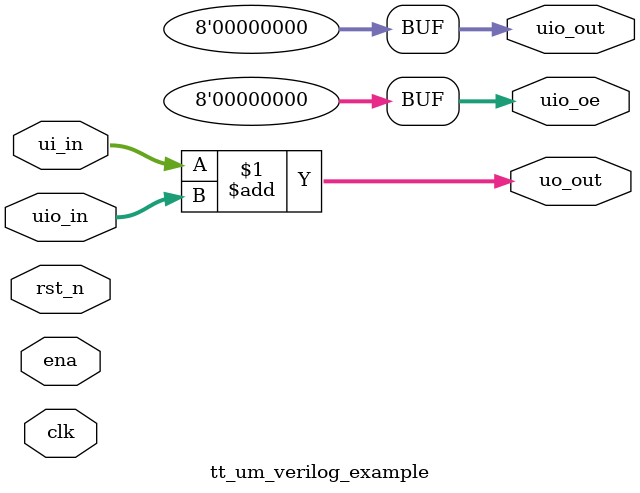
<source format=v>
/*
 * Copyright (c) 2024 Your Name
 * SPDX-License-Identifier: Apache-2.0
 */

`default_nettype none

module tt_um_verilog_example (
    input  wire [7:0] ui_in,    // Dedicated inputs
    output wire [7:0] uo_out,   // Dedicated outputs
    input  wire [7:0] uio_in,   // IOs: Input path
    output wire [7:0] uio_out,  // IOs: Output path
    output wire [7:0] uio_oe,   // IOs: Enable path (active high: 0=input, 1=output)
    input  wire       ena,      // will go high when the design is enabled
    input  wire       clk,      // clock
    input  wire       rst_n     // reset_n - low to reset
);

  // All output pins must be assigned. If not used, assign to 0.
  assign uo_out  = ui_in + uio_in;  // Example: ou_out is the sum of ui_in and uio_in
  assign uio_out = 0;
  assign uio_oe  = 0;

endmodule

</source>
